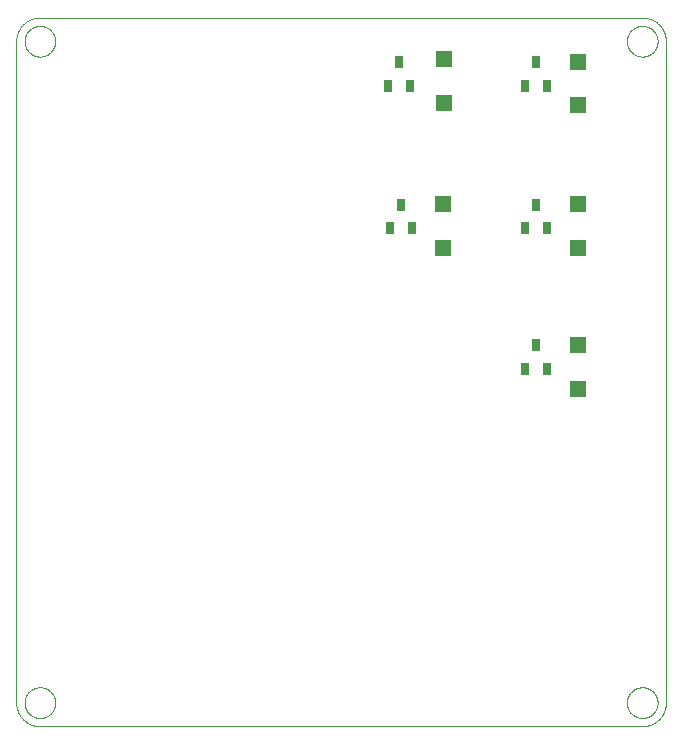
<source format=gbp>
G75*
%MOIN*%
%OFA0B0*%
%FSLAX25Y25*%
%IPPOS*%
%LPD*%
%AMOC8*
5,1,8,0,0,1.08239X$1,22.5*
%
%ADD10C,0.00001*%
%ADD11R,0.02500X0.04000*%
%ADD12R,0.05512X0.05512*%
D10*
X0105675Y0063549D02*
X0105675Y0284021D01*
X0108431Y0284021D02*
X0108433Y0284164D01*
X0108439Y0284307D01*
X0108449Y0284449D01*
X0108463Y0284591D01*
X0108481Y0284733D01*
X0108503Y0284875D01*
X0108528Y0285015D01*
X0108558Y0285155D01*
X0108592Y0285294D01*
X0108629Y0285432D01*
X0108671Y0285569D01*
X0108716Y0285704D01*
X0108765Y0285838D01*
X0108817Y0285971D01*
X0108873Y0286103D01*
X0108933Y0286232D01*
X0108997Y0286360D01*
X0109064Y0286487D01*
X0109135Y0286611D01*
X0109209Y0286733D01*
X0109286Y0286853D01*
X0109367Y0286971D01*
X0109451Y0287087D01*
X0109538Y0287200D01*
X0109628Y0287311D01*
X0109722Y0287419D01*
X0109818Y0287525D01*
X0109917Y0287627D01*
X0110020Y0287727D01*
X0110124Y0287824D01*
X0110232Y0287919D01*
X0110342Y0288010D01*
X0110455Y0288098D01*
X0110570Y0288182D01*
X0110687Y0288264D01*
X0110807Y0288342D01*
X0110928Y0288417D01*
X0111052Y0288489D01*
X0111178Y0288557D01*
X0111305Y0288621D01*
X0111435Y0288682D01*
X0111566Y0288739D01*
X0111698Y0288793D01*
X0111832Y0288842D01*
X0111967Y0288889D01*
X0112104Y0288931D01*
X0112242Y0288969D01*
X0112380Y0289004D01*
X0112520Y0289034D01*
X0112660Y0289061D01*
X0112801Y0289084D01*
X0112943Y0289103D01*
X0113085Y0289118D01*
X0113228Y0289129D01*
X0113370Y0289136D01*
X0113513Y0289139D01*
X0113656Y0289138D01*
X0113799Y0289133D01*
X0113942Y0289124D01*
X0114084Y0289111D01*
X0114226Y0289094D01*
X0114367Y0289073D01*
X0114508Y0289048D01*
X0114648Y0289020D01*
X0114787Y0288987D01*
X0114925Y0288950D01*
X0115062Y0288910D01*
X0115198Y0288866D01*
X0115333Y0288818D01*
X0115466Y0288766D01*
X0115598Y0288711D01*
X0115728Y0288652D01*
X0115857Y0288589D01*
X0115983Y0288523D01*
X0116108Y0288453D01*
X0116231Y0288380D01*
X0116351Y0288304D01*
X0116470Y0288224D01*
X0116586Y0288140D01*
X0116700Y0288054D01*
X0116811Y0287964D01*
X0116920Y0287872D01*
X0117026Y0287776D01*
X0117130Y0287678D01*
X0117231Y0287576D01*
X0117328Y0287472D01*
X0117423Y0287365D01*
X0117515Y0287256D01*
X0117604Y0287144D01*
X0117690Y0287029D01*
X0117772Y0286913D01*
X0117851Y0286793D01*
X0117927Y0286672D01*
X0117999Y0286549D01*
X0118068Y0286424D01*
X0118133Y0286297D01*
X0118195Y0286168D01*
X0118253Y0286037D01*
X0118308Y0285905D01*
X0118358Y0285771D01*
X0118405Y0285636D01*
X0118449Y0285500D01*
X0118488Y0285363D01*
X0118523Y0285224D01*
X0118555Y0285085D01*
X0118583Y0284945D01*
X0118607Y0284804D01*
X0118627Y0284662D01*
X0118643Y0284520D01*
X0118655Y0284378D01*
X0118663Y0284235D01*
X0118667Y0284092D01*
X0118667Y0283950D01*
X0118663Y0283807D01*
X0118655Y0283664D01*
X0118643Y0283522D01*
X0118627Y0283380D01*
X0118607Y0283238D01*
X0118583Y0283097D01*
X0118555Y0282957D01*
X0118523Y0282818D01*
X0118488Y0282679D01*
X0118449Y0282542D01*
X0118405Y0282406D01*
X0118358Y0282271D01*
X0118308Y0282137D01*
X0118253Y0282005D01*
X0118195Y0281874D01*
X0118133Y0281745D01*
X0118068Y0281618D01*
X0117999Y0281493D01*
X0117927Y0281370D01*
X0117851Y0281249D01*
X0117772Y0281129D01*
X0117690Y0281013D01*
X0117604Y0280898D01*
X0117515Y0280786D01*
X0117423Y0280677D01*
X0117328Y0280570D01*
X0117231Y0280466D01*
X0117130Y0280364D01*
X0117026Y0280266D01*
X0116920Y0280170D01*
X0116811Y0280078D01*
X0116700Y0279988D01*
X0116586Y0279902D01*
X0116470Y0279818D01*
X0116351Y0279738D01*
X0116231Y0279662D01*
X0116108Y0279589D01*
X0115983Y0279519D01*
X0115857Y0279453D01*
X0115728Y0279390D01*
X0115598Y0279331D01*
X0115466Y0279276D01*
X0115333Y0279224D01*
X0115198Y0279176D01*
X0115062Y0279132D01*
X0114925Y0279092D01*
X0114787Y0279055D01*
X0114648Y0279022D01*
X0114508Y0278994D01*
X0114367Y0278969D01*
X0114226Y0278948D01*
X0114084Y0278931D01*
X0113942Y0278918D01*
X0113799Y0278909D01*
X0113656Y0278904D01*
X0113513Y0278903D01*
X0113370Y0278906D01*
X0113228Y0278913D01*
X0113085Y0278924D01*
X0112943Y0278939D01*
X0112801Y0278958D01*
X0112660Y0278981D01*
X0112520Y0279008D01*
X0112380Y0279038D01*
X0112242Y0279073D01*
X0112104Y0279111D01*
X0111967Y0279153D01*
X0111832Y0279200D01*
X0111698Y0279249D01*
X0111566Y0279303D01*
X0111435Y0279360D01*
X0111305Y0279421D01*
X0111178Y0279485D01*
X0111052Y0279553D01*
X0110928Y0279625D01*
X0110807Y0279700D01*
X0110687Y0279778D01*
X0110570Y0279860D01*
X0110455Y0279944D01*
X0110342Y0280032D01*
X0110232Y0280123D01*
X0110124Y0280218D01*
X0110020Y0280315D01*
X0109917Y0280415D01*
X0109818Y0280517D01*
X0109722Y0280623D01*
X0109628Y0280731D01*
X0109538Y0280842D01*
X0109451Y0280955D01*
X0109367Y0281071D01*
X0109286Y0281189D01*
X0109209Y0281309D01*
X0109135Y0281431D01*
X0109064Y0281555D01*
X0108997Y0281682D01*
X0108933Y0281810D01*
X0108873Y0281939D01*
X0108817Y0282071D01*
X0108765Y0282204D01*
X0108716Y0282338D01*
X0108671Y0282473D01*
X0108629Y0282610D01*
X0108592Y0282748D01*
X0108558Y0282887D01*
X0108528Y0283027D01*
X0108503Y0283167D01*
X0108481Y0283309D01*
X0108463Y0283451D01*
X0108449Y0283593D01*
X0108439Y0283735D01*
X0108433Y0283878D01*
X0108431Y0284021D01*
X0105675Y0284021D02*
X0105677Y0284211D01*
X0105684Y0284401D01*
X0105696Y0284591D01*
X0105712Y0284781D01*
X0105732Y0284970D01*
X0105758Y0285159D01*
X0105787Y0285347D01*
X0105822Y0285534D01*
X0105861Y0285720D01*
X0105904Y0285905D01*
X0105952Y0286090D01*
X0106004Y0286273D01*
X0106060Y0286454D01*
X0106121Y0286634D01*
X0106187Y0286813D01*
X0106256Y0286990D01*
X0106330Y0287166D01*
X0106408Y0287339D01*
X0106491Y0287511D01*
X0106577Y0287680D01*
X0106667Y0287848D01*
X0106762Y0288013D01*
X0106860Y0288176D01*
X0106963Y0288336D01*
X0107069Y0288494D01*
X0107179Y0288649D01*
X0107292Y0288802D01*
X0107410Y0288952D01*
X0107531Y0289098D01*
X0107655Y0289242D01*
X0107783Y0289383D01*
X0107914Y0289521D01*
X0108049Y0289656D01*
X0108187Y0289787D01*
X0108328Y0289915D01*
X0108472Y0290039D01*
X0108618Y0290160D01*
X0108768Y0290278D01*
X0108921Y0290391D01*
X0109076Y0290501D01*
X0109234Y0290607D01*
X0109394Y0290710D01*
X0109557Y0290808D01*
X0109722Y0290903D01*
X0109890Y0290993D01*
X0110059Y0291079D01*
X0110231Y0291162D01*
X0110404Y0291240D01*
X0110580Y0291314D01*
X0110757Y0291383D01*
X0110936Y0291449D01*
X0111116Y0291510D01*
X0111297Y0291566D01*
X0111480Y0291618D01*
X0111665Y0291666D01*
X0111850Y0291709D01*
X0112036Y0291748D01*
X0112223Y0291783D01*
X0112411Y0291812D01*
X0112600Y0291838D01*
X0112789Y0291858D01*
X0112979Y0291874D01*
X0113169Y0291886D01*
X0113359Y0291893D01*
X0113549Y0291895D01*
X0314336Y0291895D01*
X0309218Y0284021D02*
X0309220Y0284164D01*
X0309226Y0284307D01*
X0309236Y0284449D01*
X0309250Y0284591D01*
X0309268Y0284733D01*
X0309290Y0284875D01*
X0309315Y0285015D01*
X0309345Y0285155D01*
X0309379Y0285294D01*
X0309416Y0285432D01*
X0309458Y0285569D01*
X0309503Y0285704D01*
X0309552Y0285838D01*
X0309604Y0285971D01*
X0309660Y0286103D01*
X0309720Y0286232D01*
X0309784Y0286360D01*
X0309851Y0286487D01*
X0309922Y0286611D01*
X0309996Y0286733D01*
X0310073Y0286853D01*
X0310154Y0286971D01*
X0310238Y0287087D01*
X0310325Y0287200D01*
X0310415Y0287311D01*
X0310509Y0287419D01*
X0310605Y0287525D01*
X0310704Y0287627D01*
X0310807Y0287727D01*
X0310911Y0287824D01*
X0311019Y0287919D01*
X0311129Y0288010D01*
X0311242Y0288098D01*
X0311357Y0288182D01*
X0311474Y0288264D01*
X0311594Y0288342D01*
X0311715Y0288417D01*
X0311839Y0288489D01*
X0311965Y0288557D01*
X0312092Y0288621D01*
X0312222Y0288682D01*
X0312353Y0288739D01*
X0312485Y0288793D01*
X0312619Y0288842D01*
X0312754Y0288889D01*
X0312891Y0288931D01*
X0313029Y0288969D01*
X0313167Y0289004D01*
X0313307Y0289034D01*
X0313447Y0289061D01*
X0313588Y0289084D01*
X0313730Y0289103D01*
X0313872Y0289118D01*
X0314015Y0289129D01*
X0314157Y0289136D01*
X0314300Y0289139D01*
X0314443Y0289138D01*
X0314586Y0289133D01*
X0314729Y0289124D01*
X0314871Y0289111D01*
X0315013Y0289094D01*
X0315154Y0289073D01*
X0315295Y0289048D01*
X0315435Y0289020D01*
X0315574Y0288987D01*
X0315712Y0288950D01*
X0315849Y0288910D01*
X0315985Y0288866D01*
X0316120Y0288818D01*
X0316253Y0288766D01*
X0316385Y0288711D01*
X0316515Y0288652D01*
X0316644Y0288589D01*
X0316770Y0288523D01*
X0316895Y0288453D01*
X0317018Y0288380D01*
X0317138Y0288304D01*
X0317257Y0288224D01*
X0317373Y0288140D01*
X0317487Y0288054D01*
X0317598Y0287964D01*
X0317707Y0287872D01*
X0317813Y0287776D01*
X0317917Y0287678D01*
X0318018Y0287576D01*
X0318115Y0287472D01*
X0318210Y0287365D01*
X0318302Y0287256D01*
X0318391Y0287144D01*
X0318477Y0287029D01*
X0318559Y0286913D01*
X0318638Y0286793D01*
X0318714Y0286672D01*
X0318786Y0286549D01*
X0318855Y0286424D01*
X0318920Y0286297D01*
X0318982Y0286168D01*
X0319040Y0286037D01*
X0319095Y0285905D01*
X0319145Y0285771D01*
X0319192Y0285636D01*
X0319236Y0285500D01*
X0319275Y0285363D01*
X0319310Y0285224D01*
X0319342Y0285085D01*
X0319370Y0284945D01*
X0319394Y0284804D01*
X0319414Y0284662D01*
X0319430Y0284520D01*
X0319442Y0284378D01*
X0319450Y0284235D01*
X0319454Y0284092D01*
X0319454Y0283950D01*
X0319450Y0283807D01*
X0319442Y0283664D01*
X0319430Y0283522D01*
X0319414Y0283380D01*
X0319394Y0283238D01*
X0319370Y0283097D01*
X0319342Y0282957D01*
X0319310Y0282818D01*
X0319275Y0282679D01*
X0319236Y0282542D01*
X0319192Y0282406D01*
X0319145Y0282271D01*
X0319095Y0282137D01*
X0319040Y0282005D01*
X0318982Y0281874D01*
X0318920Y0281745D01*
X0318855Y0281618D01*
X0318786Y0281493D01*
X0318714Y0281370D01*
X0318638Y0281249D01*
X0318559Y0281129D01*
X0318477Y0281013D01*
X0318391Y0280898D01*
X0318302Y0280786D01*
X0318210Y0280677D01*
X0318115Y0280570D01*
X0318018Y0280466D01*
X0317917Y0280364D01*
X0317813Y0280266D01*
X0317707Y0280170D01*
X0317598Y0280078D01*
X0317487Y0279988D01*
X0317373Y0279902D01*
X0317257Y0279818D01*
X0317138Y0279738D01*
X0317018Y0279662D01*
X0316895Y0279589D01*
X0316770Y0279519D01*
X0316644Y0279453D01*
X0316515Y0279390D01*
X0316385Y0279331D01*
X0316253Y0279276D01*
X0316120Y0279224D01*
X0315985Y0279176D01*
X0315849Y0279132D01*
X0315712Y0279092D01*
X0315574Y0279055D01*
X0315435Y0279022D01*
X0315295Y0278994D01*
X0315154Y0278969D01*
X0315013Y0278948D01*
X0314871Y0278931D01*
X0314729Y0278918D01*
X0314586Y0278909D01*
X0314443Y0278904D01*
X0314300Y0278903D01*
X0314157Y0278906D01*
X0314015Y0278913D01*
X0313872Y0278924D01*
X0313730Y0278939D01*
X0313588Y0278958D01*
X0313447Y0278981D01*
X0313307Y0279008D01*
X0313167Y0279038D01*
X0313029Y0279073D01*
X0312891Y0279111D01*
X0312754Y0279153D01*
X0312619Y0279200D01*
X0312485Y0279249D01*
X0312353Y0279303D01*
X0312222Y0279360D01*
X0312092Y0279421D01*
X0311965Y0279485D01*
X0311839Y0279553D01*
X0311715Y0279625D01*
X0311594Y0279700D01*
X0311474Y0279778D01*
X0311357Y0279860D01*
X0311242Y0279944D01*
X0311129Y0280032D01*
X0311019Y0280123D01*
X0310911Y0280218D01*
X0310807Y0280315D01*
X0310704Y0280415D01*
X0310605Y0280517D01*
X0310509Y0280623D01*
X0310415Y0280731D01*
X0310325Y0280842D01*
X0310238Y0280955D01*
X0310154Y0281071D01*
X0310073Y0281189D01*
X0309996Y0281309D01*
X0309922Y0281431D01*
X0309851Y0281555D01*
X0309784Y0281682D01*
X0309720Y0281810D01*
X0309660Y0281939D01*
X0309604Y0282071D01*
X0309552Y0282204D01*
X0309503Y0282338D01*
X0309458Y0282473D01*
X0309416Y0282610D01*
X0309379Y0282748D01*
X0309345Y0282887D01*
X0309315Y0283027D01*
X0309290Y0283167D01*
X0309268Y0283309D01*
X0309250Y0283451D01*
X0309236Y0283593D01*
X0309226Y0283735D01*
X0309220Y0283878D01*
X0309218Y0284021D01*
X0314336Y0291895D02*
X0314526Y0291893D01*
X0314716Y0291886D01*
X0314906Y0291874D01*
X0315096Y0291858D01*
X0315285Y0291838D01*
X0315474Y0291812D01*
X0315662Y0291783D01*
X0315849Y0291748D01*
X0316035Y0291709D01*
X0316220Y0291666D01*
X0316405Y0291618D01*
X0316588Y0291566D01*
X0316769Y0291510D01*
X0316949Y0291449D01*
X0317128Y0291383D01*
X0317305Y0291314D01*
X0317481Y0291240D01*
X0317654Y0291162D01*
X0317826Y0291079D01*
X0317995Y0290993D01*
X0318163Y0290903D01*
X0318328Y0290808D01*
X0318491Y0290710D01*
X0318651Y0290607D01*
X0318809Y0290501D01*
X0318964Y0290391D01*
X0319117Y0290278D01*
X0319267Y0290160D01*
X0319413Y0290039D01*
X0319557Y0289915D01*
X0319698Y0289787D01*
X0319836Y0289656D01*
X0319971Y0289521D01*
X0320102Y0289383D01*
X0320230Y0289242D01*
X0320354Y0289098D01*
X0320475Y0288952D01*
X0320593Y0288802D01*
X0320706Y0288649D01*
X0320816Y0288494D01*
X0320922Y0288336D01*
X0321025Y0288176D01*
X0321123Y0288013D01*
X0321218Y0287848D01*
X0321308Y0287680D01*
X0321394Y0287511D01*
X0321477Y0287339D01*
X0321555Y0287166D01*
X0321629Y0286990D01*
X0321698Y0286813D01*
X0321764Y0286634D01*
X0321825Y0286454D01*
X0321881Y0286273D01*
X0321933Y0286090D01*
X0321981Y0285905D01*
X0322024Y0285720D01*
X0322063Y0285534D01*
X0322098Y0285347D01*
X0322127Y0285159D01*
X0322153Y0284970D01*
X0322173Y0284781D01*
X0322189Y0284591D01*
X0322201Y0284401D01*
X0322208Y0284211D01*
X0322210Y0284021D01*
X0322210Y0063549D01*
X0309218Y0063549D02*
X0309220Y0063692D01*
X0309226Y0063835D01*
X0309236Y0063977D01*
X0309250Y0064119D01*
X0309268Y0064261D01*
X0309290Y0064403D01*
X0309315Y0064543D01*
X0309345Y0064683D01*
X0309379Y0064822D01*
X0309416Y0064960D01*
X0309458Y0065097D01*
X0309503Y0065232D01*
X0309552Y0065366D01*
X0309604Y0065499D01*
X0309660Y0065631D01*
X0309720Y0065760D01*
X0309784Y0065888D01*
X0309851Y0066015D01*
X0309922Y0066139D01*
X0309996Y0066261D01*
X0310073Y0066381D01*
X0310154Y0066499D01*
X0310238Y0066615D01*
X0310325Y0066728D01*
X0310415Y0066839D01*
X0310509Y0066947D01*
X0310605Y0067053D01*
X0310704Y0067155D01*
X0310807Y0067255D01*
X0310911Y0067352D01*
X0311019Y0067447D01*
X0311129Y0067538D01*
X0311242Y0067626D01*
X0311357Y0067710D01*
X0311474Y0067792D01*
X0311594Y0067870D01*
X0311715Y0067945D01*
X0311839Y0068017D01*
X0311965Y0068085D01*
X0312092Y0068149D01*
X0312222Y0068210D01*
X0312353Y0068267D01*
X0312485Y0068321D01*
X0312619Y0068370D01*
X0312754Y0068417D01*
X0312891Y0068459D01*
X0313029Y0068497D01*
X0313167Y0068532D01*
X0313307Y0068562D01*
X0313447Y0068589D01*
X0313588Y0068612D01*
X0313730Y0068631D01*
X0313872Y0068646D01*
X0314015Y0068657D01*
X0314157Y0068664D01*
X0314300Y0068667D01*
X0314443Y0068666D01*
X0314586Y0068661D01*
X0314729Y0068652D01*
X0314871Y0068639D01*
X0315013Y0068622D01*
X0315154Y0068601D01*
X0315295Y0068576D01*
X0315435Y0068548D01*
X0315574Y0068515D01*
X0315712Y0068478D01*
X0315849Y0068438D01*
X0315985Y0068394D01*
X0316120Y0068346D01*
X0316253Y0068294D01*
X0316385Y0068239D01*
X0316515Y0068180D01*
X0316644Y0068117D01*
X0316770Y0068051D01*
X0316895Y0067981D01*
X0317018Y0067908D01*
X0317138Y0067832D01*
X0317257Y0067752D01*
X0317373Y0067668D01*
X0317487Y0067582D01*
X0317598Y0067492D01*
X0317707Y0067400D01*
X0317813Y0067304D01*
X0317917Y0067206D01*
X0318018Y0067104D01*
X0318115Y0067000D01*
X0318210Y0066893D01*
X0318302Y0066784D01*
X0318391Y0066672D01*
X0318477Y0066557D01*
X0318559Y0066441D01*
X0318638Y0066321D01*
X0318714Y0066200D01*
X0318786Y0066077D01*
X0318855Y0065952D01*
X0318920Y0065825D01*
X0318982Y0065696D01*
X0319040Y0065565D01*
X0319095Y0065433D01*
X0319145Y0065299D01*
X0319192Y0065164D01*
X0319236Y0065028D01*
X0319275Y0064891D01*
X0319310Y0064752D01*
X0319342Y0064613D01*
X0319370Y0064473D01*
X0319394Y0064332D01*
X0319414Y0064190D01*
X0319430Y0064048D01*
X0319442Y0063906D01*
X0319450Y0063763D01*
X0319454Y0063620D01*
X0319454Y0063478D01*
X0319450Y0063335D01*
X0319442Y0063192D01*
X0319430Y0063050D01*
X0319414Y0062908D01*
X0319394Y0062766D01*
X0319370Y0062625D01*
X0319342Y0062485D01*
X0319310Y0062346D01*
X0319275Y0062207D01*
X0319236Y0062070D01*
X0319192Y0061934D01*
X0319145Y0061799D01*
X0319095Y0061665D01*
X0319040Y0061533D01*
X0318982Y0061402D01*
X0318920Y0061273D01*
X0318855Y0061146D01*
X0318786Y0061021D01*
X0318714Y0060898D01*
X0318638Y0060777D01*
X0318559Y0060657D01*
X0318477Y0060541D01*
X0318391Y0060426D01*
X0318302Y0060314D01*
X0318210Y0060205D01*
X0318115Y0060098D01*
X0318018Y0059994D01*
X0317917Y0059892D01*
X0317813Y0059794D01*
X0317707Y0059698D01*
X0317598Y0059606D01*
X0317487Y0059516D01*
X0317373Y0059430D01*
X0317257Y0059346D01*
X0317138Y0059266D01*
X0317018Y0059190D01*
X0316895Y0059117D01*
X0316770Y0059047D01*
X0316644Y0058981D01*
X0316515Y0058918D01*
X0316385Y0058859D01*
X0316253Y0058804D01*
X0316120Y0058752D01*
X0315985Y0058704D01*
X0315849Y0058660D01*
X0315712Y0058620D01*
X0315574Y0058583D01*
X0315435Y0058550D01*
X0315295Y0058522D01*
X0315154Y0058497D01*
X0315013Y0058476D01*
X0314871Y0058459D01*
X0314729Y0058446D01*
X0314586Y0058437D01*
X0314443Y0058432D01*
X0314300Y0058431D01*
X0314157Y0058434D01*
X0314015Y0058441D01*
X0313872Y0058452D01*
X0313730Y0058467D01*
X0313588Y0058486D01*
X0313447Y0058509D01*
X0313307Y0058536D01*
X0313167Y0058566D01*
X0313029Y0058601D01*
X0312891Y0058639D01*
X0312754Y0058681D01*
X0312619Y0058728D01*
X0312485Y0058777D01*
X0312353Y0058831D01*
X0312222Y0058888D01*
X0312092Y0058949D01*
X0311965Y0059013D01*
X0311839Y0059081D01*
X0311715Y0059153D01*
X0311594Y0059228D01*
X0311474Y0059306D01*
X0311357Y0059388D01*
X0311242Y0059472D01*
X0311129Y0059560D01*
X0311019Y0059651D01*
X0310911Y0059746D01*
X0310807Y0059843D01*
X0310704Y0059943D01*
X0310605Y0060045D01*
X0310509Y0060151D01*
X0310415Y0060259D01*
X0310325Y0060370D01*
X0310238Y0060483D01*
X0310154Y0060599D01*
X0310073Y0060717D01*
X0309996Y0060837D01*
X0309922Y0060959D01*
X0309851Y0061083D01*
X0309784Y0061210D01*
X0309720Y0061338D01*
X0309660Y0061467D01*
X0309604Y0061599D01*
X0309552Y0061732D01*
X0309503Y0061866D01*
X0309458Y0062001D01*
X0309416Y0062138D01*
X0309379Y0062276D01*
X0309345Y0062415D01*
X0309315Y0062555D01*
X0309290Y0062695D01*
X0309268Y0062837D01*
X0309250Y0062979D01*
X0309236Y0063121D01*
X0309226Y0063263D01*
X0309220Y0063406D01*
X0309218Y0063549D01*
X0314336Y0055675D02*
X0314526Y0055677D01*
X0314716Y0055684D01*
X0314906Y0055696D01*
X0315096Y0055712D01*
X0315285Y0055732D01*
X0315474Y0055758D01*
X0315662Y0055787D01*
X0315849Y0055822D01*
X0316035Y0055861D01*
X0316220Y0055904D01*
X0316405Y0055952D01*
X0316588Y0056004D01*
X0316769Y0056060D01*
X0316949Y0056121D01*
X0317128Y0056187D01*
X0317305Y0056256D01*
X0317481Y0056330D01*
X0317654Y0056408D01*
X0317826Y0056491D01*
X0317995Y0056577D01*
X0318163Y0056667D01*
X0318328Y0056762D01*
X0318491Y0056860D01*
X0318651Y0056963D01*
X0318809Y0057069D01*
X0318964Y0057179D01*
X0319117Y0057292D01*
X0319267Y0057410D01*
X0319413Y0057531D01*
X0319557Y0057655D01*
X0319698Y0057783D01*
X0319836Y0057914D01*
X0319971Y0058049D01*
X0320102Y0058187D01*
X0320230Y0058328D01*
X0320354Y0058472D01*
X0320475Y0058618D01*
X0320593Y0058768D01*
X0320706Y0058921D01*
X0320816Y0059076D01*
X0320922Y0059234D01*
X0321025Y0059394D01*
X0321123Y0059557D01*
X0321218Y0059722D01*
X0321308Y0059890D01*
X0321394Y0060059D01*
X0321477Y0060231D01*
X0321555Y0060404D01*
X0321629Y0060580D01*
X0321698Y0060757D01*
X0321764Y0060936D01*
X0321825Y0061116D01*
X0321881Y0061297D01*
X0321933Y0061480D01*
X0321981Y0061665D01*
X0322024Y0061850D01*
X0322063Y0062036D01*
X0322098Y0062223D01*
X0322127Y0062411D01*
X0322153Y0062600D01*
X0322173Y0062789D01*
X0322189Y0062979D01*
X0322201Y0063169D01*
X0322208Y0063359D01*
X0322210Y0063549D01*
X0314336Y0055675D02*
X0113549Y0055675D01*
X0108431Y0063549D02*
X0108433Y0063692D01*
X0108439Y0063835D01*
X0108449Y0063977D01*
X0108463Y0064119D01*
X0108481Y0064261D01*
X0108503Y0064403D01*
X0108528Y0064543D01*
X0108558Y0064683D01*
X0108592Y0064822D01*
X0108629Y0064960D01*
X0108671Y0065097D01*
X0108716Y0065232D01*
X0108765Y0065366D01*
X0108817Y0065499D01*
X0108873Y0065631D01*
X0108933Y0065760D01*
X0108997Y0065888D01*
X0109064Y0066015D01*
X0109135Y0066139D01*
X0109209Y0066261D01*
X0109286Y0066381D01*
X0109367Y0066499D01*
X0109451Y0066615D01*
X0109538Y0066728D01*
X0109628Y0066839D01*
X0109722Y0066947D01*
X0109818Y0067053D01*
X0109917Y0067155D01*
X0110020Y0067255D01*
X0110124Y0067352D01*
X0110232Y0067447D01*
X0110342Y0067538D01*
X0110455Y0067626D01*
X0110570Y0067710D01*
X0110687Y0067792D01*
X0110807Y0067870D01*
X0110928Y0067945D01*
X0111052Y0068017D01*
X0111178Y0068085D01*
X0111305Y0068149D01*
X0111435Y0068210D01*
X0111566Y0068267D01*
X0111698Y0068321D01*
X0111832Y0068370D01*
X0111967Y0068417D01*
X0112104Y0068459D01*
X0112242Y0068497D01*
X0112380Y0068532D01*
X0112520Y0068562D01*
X0112660Y0068589D01*
X0112801Y0068612D01*
X0112943Y0068631D01*
X0113085Y0068646D01*
X0113228Y0068657D01*
X0113370Y0068664D01*
X0113513Y0068667D01*
X0113656Y0068666D01*
X0113799Y0068661D01*
X0113942Y0068652D01*
X0114084Y0068639D01*
X0114226Y0068622D01*
X0114367Y0068601D01*
X0114508Y0068576D01*
X0114648Y0068548D01*
X0114787Y0068515D01*
X0114925Y0068478D01*
X0115062Y0068438D01*
X0115198Y0068394D01*
X0115333Y0068346D01*
X0115466Y0068294D01*
X0115598Y0068239D01*
X0115728Y0068180D01*
X0115857Y0068117D01*
X0115983Y0068051D01*
X0116108Y0067981D01*
X0116231Y0067908D01*
X0116351Y0067832D01*
X0116470Y0067752D01*
X0116586Y0067668D01*
X0116700Y0067582D01*
X0116811Y0067492D01*
X0116920Y0067400D01*
X0117026Y0067304D01*
X0117130Y0067206D01*
X0117231Y0067104D01*
X0117328Y0067000D01*
X0117423Y0066893D01*
X0117515Y0066784D01*
X0117604Y0066672D01*
X0117690Y0066557D01*
X0117772Y0066441D01*
X0117851Y0066321D01*
X0117927Y0066200D01*
X0117999Y0066077D01*
X0118068Y0065952D01*
X0118133Y0065825D01*
X0118195Y0065696D01*
X0118253Y0065565D01*
X0118308Y0065433D01*
X0118358Y0065299D01*
X0118405Y0065164D01*
X0118449Y0065028D01*
X0118488Y0064891D01*
X0118523Y0064752D01*
X0118555Y0064613D01*
X0118583Y0064473D01*
X0118607Y0064332D01*
X0118627Y0064190D01*
X0118643Y0064048D01*
X0118655Y0063906D01*
X0118663Y0063763D01*
X0118667Y0063620D01*
X0118667Y0063478D01*
X0118663Y0063335D01*
X0118655Y0063192D01*
X0118643Y0063050D01*
X0118627Y0062908D01*
X0118607Y0062766D01*
X0118583Y0062625D01*
X0118555Y0062485D01*
X0118523Y0062346D01*
X0118488Y0062207D01*
X0118449Y0062070D01*
X0118405Y0061934D01*
X0118358Y0061799D01*
X0118308Y0061665D01*
X0118253Y0061533D01*
X0118195Y0061402D01*
X0118133Y0061273D01*
X0118068Y0061146D01*
X0117999Y0061021D01*
X0117927Y0060898D01*
X0117851Y0060777D01*
X0117772Y0060657D01*
X0117690Y0060541D01*
X0117604Y0060426D01*
X0117515Y0060314D01*
X0117423Y0060205D01*
X0117328Y0060098D01*
X0117231Y0059994D01*
X0117130Y0059892D01*
X0117026Y0059794D01*
X0116920Y0059698D01*
X0116811Y0059606D01*
X0116700Y0059516D01*
X0116586Y0059430D01*
X0116470Y0059346D01*
X0116351Y0059266D01*
X0116231Y0059190D01*
X0116108Y0059117D01*
X0115983Y0059047D01*
X0115857Y0058981D01*
X0115728Y0058918D01*
X0115598Y0058859D01*
X0115466Y0058804D01*
X0115333Y0058752D01*
X0115198Y0058704D01*
X0115062Y0058660D01*
X0114925Y0058620D01*
X0114787Y0058583D01*
X0114648Y0058550D01*
X0114508Y0058522D01*
X0114367Y0058497D01*
X0114226Y0058476D01*
X0114084Y0058459D01*
X0113942Y0058446D01*
X0113799Y0058437D01*
X0113656Y0058432D01*
X0113513Y0058431D01*
X0113370Y0058434D01*
X0113228Y0058441D01*
X0113085Y0058452D01*
X0112943Y0058467D01*
X0112801Y0058486D01*
X0112660Y0058509D01*
X0112520Y0058536D01*
X0112380Y0058566D01*
X0112242Y0058601D01*
X0112104Y0058639D01*
X0111967Y0058681D01*
X0111832Y0058728D01*
X0111698Y0058777D01*
X0111566Y0058831D01*
X0111435Y0058888D01*
X0111305Y0058949D01*
X0111178Y0059013D01*
X0111052Y0059081D01*
X0110928Y0059153D01*
X0110807Y0059228D01*
X0110687Y0059306D01*
X0110570Y0059388D01*
X0110455Y0059472D01*
X0110342Y0059560D01*
X0110232Y0059651D01*
X0110124Y0059746D01*
X0110020Y0059843D01*
X0109917Y0059943D01*
X0109818Y0060045D01*
X0109722Y0060151D01*
X0109628Y0060259D01*
X0109538Y0060370D01*
X0109451Y0060483D01*
X0109367Y0060599D01*
X0109286Y0060717D01*
X0109209Y0060837D01*
X0109135Y0060959D01*
X0109064Y0061083D01*
X0108997Y0061210D01*
X0108933Y0061338D01*
X0108873Y0061467D01*
X0108817Y0061599D01*
X0108765Y0061732D01*
X0108716Y0061866D01*
X0108671Y0062001D01*
X0108629Y0062138D01*
X0108592Y0062276D01*
X0108558Y0062415D01*
X0108528Y0062555D01*
X0108503Y0062695D01*
X0108481Y0062837D01*
X0108463Y0062979D01*
X0108449Y0063121D01*
X0108439Y0063263D01*
X0108433Y0063406D01*
X0108431Y0063549D01*
X0105675Y0063549D02*
X0105677Y0063359D01*
X0105684Y0063169D01*
X0105696Y0062979D01*
X0105712Y0062789D01*
X0105732Y0062600D01*
X0105758Y0062411D01*
X0105787Y0062223D01*
X0105822Y0062036D01*
X0105861Y0061850D01*
X0105904Y0061665D01*
X0105952Y0061480D01*
X0106004Y0061297D01*
X0106060Y0061116D01*
X0106121Y0060936D01*
X0106187Y0060757D01*
X0106256Y0060580D01*
X0106330Y0060404D01*
X0106408Y0060231D01*
X0106491Y0060059D01*
X0106577Y0059890D01*
X0106667Y0059722D01*
X0106762Y0059557D01*
X0106860Y0059394D01*
X0106963Y0059234D01*
X0107069Y0059076D01*
X0107179Y0058921D01*
X0107292Y0058768D01*
X0107410Y0058618D01*
X0107531Y0058472D01*
X0107655Y0058328D01*
X0107783Y0058187D01*
X0107914Y0058049D01*
X0108049Y0057914D01*
X0108187Y0057783D01*
X0108328Y0057655D01*
X0108472Y0057531D01*
X0108618Y0057410D01*
X0108768Y0057292D01*
X0108921Y0057179D01*
X0109076Y0057069D01*
X0109234Y0056963D01*
X0109394Y0056860D01*
X0109557Y0056762D01*
X0109722Y0056667D01*
X0109890Y0056577D01*
X0110059Y0056491D01*
X0110231Y0056408D01*
X0110404Y0056330D01*
X0110580Y0056256D01*
X0110757Y0056187D01*
X0110936Y0056121D01*
X0111116Y0056060D01*
X0111297Y0056004D01*
X0111480Y0055952D01*
X0111665Y0055904D01*
X0111850Y0055861D01*
X0112036Y0055822D01*
X0112223Y0055787D01*
X0112411Y0055758D01*
X0112600Y0055732D01*
X0112789Y0055712D01*
X0112979Y0055696D01*
X0113169Y0055684D01*
X0113359Y0055677D01*
X0113549Y0055675D01*
D11*
X0275163Y0174769D03*
X0282644Y0174769D03*
X0278903Y0182644D03*
X0275163Y0221600D03*
X0282644Y0221600D03*
X0278903Y0229474D03*
X0275163Y0269100D03*
X0282644Y0269100D03*
X0278903Y0276974D03*
X0236915Y0269238D03*
X0229435Y0269238D03*
X0233175Y0277112D03*
X0233903Y0229474D03*
X0230163Y0221600D03*
X0237644Y0221600D03*
D12*
X0248037Y0215163D03*
X0248037Y0229730D03*
X0248175Y0263392D03*
X0248175Y0277958D03*
X0293037Y0277230D03*
X0293037Y0262663D03*
X0293037Y0229730D03*
X0293037Y0215163D03*
X0292929Y0182693D03*
X0292929Y0168126D03*
M02*

</source>
